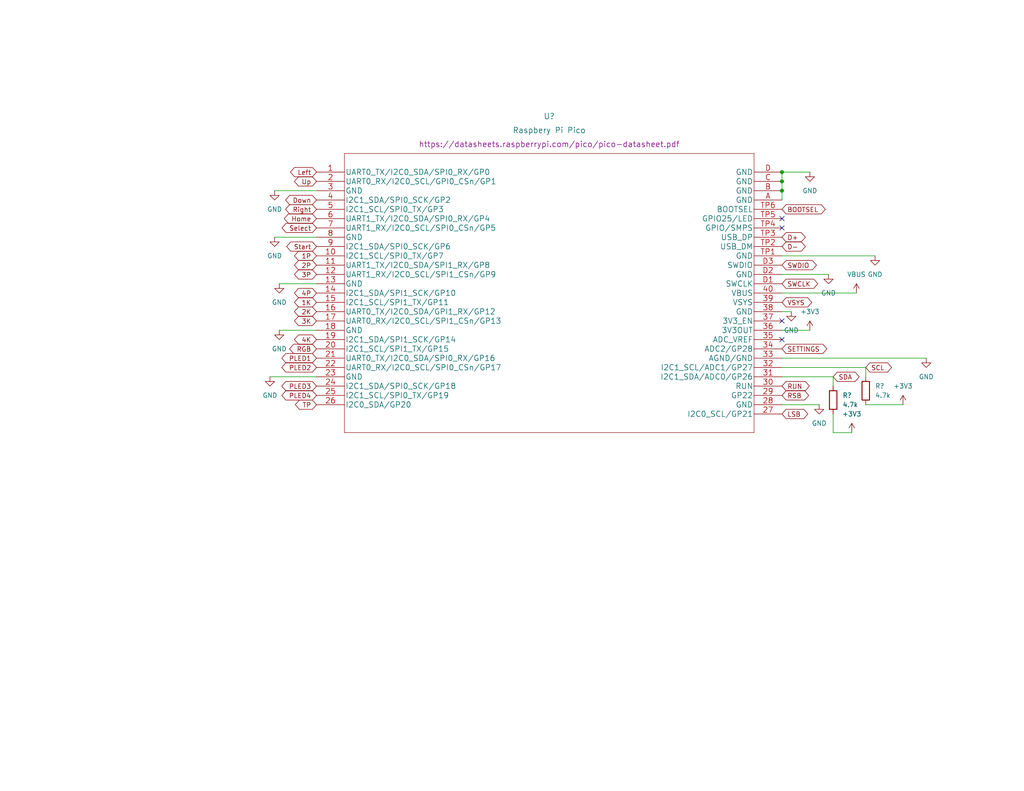
<source format=kicad_sch>
(kicad_sch (version 20211123) (generator eeschema)

  (uuid 02b873c1-78ce-4af5-bd4c-879297b79938)

  (paper "A")

  (lib_symbols
    (symbol "Device:R" (pin_numbers hide) (pin_names (offset 0)) (in_bom yes) (on_board yes)
      (property "Reference" "R" (id 0) (at 2.032 0 90)
        (effects (font (size 1.27 1.27)))
      )
      (property "Value" "R" (id 1) (at 0 0 90)
        (effects (font (size 1.27 1.27)))
      )
      (property "Footprint" "" (id 2) (at -1.778 0 90)
        (effects (font (size 1.27 1.27)) hide)
      )
      (property "Datasheet" "~" (id 3) (at 0 0 0)
        (effects (font (size 1.27 1.27)) hide)
      )
      (property "ki_keywords" "R res resistor" (id 4) (at 0 0 0)
        (effects (font (size 1.27 1.27)) hide)
      )
      (property "ki_description" "Resistor" (id 5) (at 0 0 0)
        (effects (font (size 1.27 1.27)) hide)
      )
      (property "ki_fp_filters" "R_*" (id 6) (at 0 0 0)
        (effects (font (size 1.27 1.27)) hide)
      )
      (symbol "R_0_1"
        (rectangle (start -1.016 -2.54) (end 1.016 2.54)
          (stroke (width 0.254) (type default) (color 0 0 0 0))
          (fill (type none))
        )
      )
      (symbol "R_1_1"
        (pin passive line (at 0 3.81 270) (length 1.27)
          (name "~" (effects (font (size 1.27 1.27))))
          (number "1" (effects (font (size 1.27 1.27))))
        )
        (pin passive line (at 0 -3.81 90) (length 1.27)
          (name "~" (effects (font (size 1.27 1.27))))
          (number "2" (effects (font (size 1.27 1.27))))
        )
      )
    )
    (symbol "power:+3.3V" (power) (pin_names (offset 0)) (in_bom yes) (on_board yes)
      (property "Reference" "#PWR" (id 0) (at 0 -3.81 0)
        (effects (font (size 1.27 1.27)) hide)
      )
      (property "Value" "+3.3V" (id 1) (at 0 3.556 0)
        (effects (font (size 1.27 1.27)))
      )
      (property "Footprint" "" (id 2) (at 0 0 0)
        (effects (font (size 1.27 1.27)) hide)
      )
      (property "Datasheet" "" (id 3) (at 0 0 0)
        (effects (font (size 1.27 1.27)) hide)
      )
      (property "ki_keywords" "power-flag" (id 4) (at 0 0 0)
        (effects (font (size 1.27 1.27)) hide)
      )
      (property "ki_description" "Power symbol creates a global label with name \"+3.3V\"" (id 5) (at 0 0 0)
        (effects (font (size 1.27 1.27)) hide)
      )
      (symbol "+3.3V_0_1"
        (polyline
          (pts
            (xy -0.762 1.27)
            (xy 0 2.54)
          )
          (stroke (width 0) (type default) (color 0 0 0 0))
          (fill (type none))
        )
        (polyline
          (pts
            (xy 0 0)
            (xy 0 2.54)
          )
          (stroke (width 0) (type default) (color 0 0 0 0))
          (fill (type none))
        )
        (polyline
          (pts
            (xy 0 2.54)
            (xy 0.762 1.27)
          )
          (stroke (width 0) (type default) (color 0 0 0 0))
          (fill (type none))
        )
      )
      (symbol "+3.3V_1_1"
        (pin power_in line (at 0 0 90) (length 0) hide
          (name "+3V3" (effects (font (size 1.27 1.27))))
          (number "1" (effects (font (size 1.27 1.27))))
        )
      )
    )
    (symbol "power:GND" (power) (pin_names (offset 0)) (in_bom yes) (on_board yes)
      (property "Reference" "#PWR" (id 0) (at 0 -6.35 0)
        (effects (font (size 1.27 1.27)) hide)
      )
      (property "Value" "GND" (id 1) (at 0 -3.81 0)
        (effects (font (size 1.27 1.27)))
      )
      (property "Footprint" "" (id 2) (at 0 0 0)
        (effects (font (size 1.27 1.27)) hide)
      )
      (property "Datasheet" "" (id 3) (at 0 0 0)
        (effects (font (size 1.27 1.27)) hide)
      )
      (property "ki_keywords" "power-flag" (id 4) (at 0 0 0)
        (effects (font (size 1.27 1.27)) hide)
      )
      (property "ki_description" "Power symbol creates a global label with name \"GND\" , ground" (id 5) (at 0 0 0)
        (effects (font (size 1.27 1.27)) hide)
      )
      (symbol "GND_0_1"
        (polyline
          (pts
            (xy 0 0)
            (xy 0 -1.27)
            (xy 1.27 -1.27)
            (xy 0 -2.54)
            (xy -1.27 -1.27)
            (xy 0 -1.27)
          )
          (stroke (width 0) (type default) (color 0 0 0 0))
          (fill (type none))
        )
      )
      (symbol "GND_1_1"
        (pin power_in line (at 0 0 270) (length 0) hide
          (name "GND" (effects (font (size 1.27 1.27))))
          (number "1" (effects (font (size 1.27 1.27))))
        )
      )
    )
    (symbol "power:VBUS" (power) (pin_names (offset 0)) (in_bom yes) (on_board yes)
      (property "Reference" "#PWR" (id 0) (at 0 -3.81 0)
        (effects (font (size 1.27 1.27)) hide)
      )
      (property "Value" "VBUS" (id 1) (at 0 3.81 0)
        (effects (font (size 1.27 1.27)))
      )
      (property "Footprint" "" (id 2) (at 0 0 0)
        (effects (font (size 1.27 1.27)) hide)
      )
      (property "Datasheet" "" (id 3) (at 0 0 0)
        (effects (font (size 1.27 1.27)) hide)
      )
      (property "ki_keywords" "power-flag" (id 4) (at 0 0 0)
        (effects (font (size 1.27 1.27)) hide)
      )
      (property "ki_description" "Power symbol creates a global label with name \"VBUS\"" (id 5) (at 0 0 0)
        (effects (font (size 1.27 1.27)) hide)
      )
      (symbol "VBUS_0_1"
        (polyline
          (pts
            (xy -0.762 1.27)
            (xy 0 2.54)
          )
          (stroke (width 0) (type default) (color 0 0 0 0))
          (fill (type none))
        )
        (polyline
          (pts
            (xy 0 0)
            (xy 0 2.54)
          )
          (stroke (width 0) (type default) (color 0 0 0 0))
          (fill (type none))
        )
        (polyline
          (pts
            (xy 0 2.54)
            (xy 0.762 1.27)
          )
          (stroke (width 0) (type default) (color 0 0 0 0))
          (fill (type none))
        )
      )
      (symbol "VBUS_1_1"
        (pin power_in line (at 0 0 90) (length 0) hide
          (name "VBUS" (effects (font (size 1.27 1.27))))
          (number "1" (effects (font (size 1.27 1.27))))
        )
      )
    )
    (symbol "ul_SC0915:Raspbery Pi Pico" (pin_names (offset 0.254)) (in_bom yes) (on_board yes)
      (property "Reference" "U" (id 0) (at 63.5 10.16 0)
        (effects (font (size 1.524 1.524)))
      )
      (property "Value" "Raspbery Pi Pico" (id 1) (at 63.5 7.62 0)
        (effects (font (size 1.524 1.524)))
      )
      (property "Footprint" "ul_SC0915:SC0915" (id 2) (at 63.5 6.096 0)
        (effects (font (size 1.524 1.524)) hide)
      )
      (property "Datasheet" "https://datasheets.raspberrypi.com/pico/pico-datasheet.pdf" (id 3) (at 0 0 0)
        (effects (font (size 1.524 1.524)))
      )
      (property "ki_fp_filters" "SC0915_RPI" (id 4) (at 0 0 0)
        (effects (font (size 1.27 1.27)) hide)
      )
      (symbol "Raspbery Pi Pico_1_1"
        (polyline
          (pts
            (xy 7.62 -71.12)
            (xy 119.38 -71.12)
          )
          (stroke (width 0.127) (type default) (color 0 0 0 0))
          (fill (type none))
        )
        (polyline
          (pts
            (xy 7.62 5.08)
            (xy 7.62 -71.12)
          )
          (stroke (width 0.127) (type default) (color 0 0 0 0))
          (fill (type none))
        )
        (polyline
          (pts
            (xy 119.38 -71.12)
            (xy 119.38 5.08)
          )
          (stroke (width 0.127) (type default) (color 0 0 0 0))
          (fill (type none))
        )
        (polyline
          (pts
            (xy 119.38 5.08)
            (xy 7.62 5.08)
          )
          (stroke (width 0.127) (type default) (color 0 0 0 0))
          (fill (type none))
        )
        (pin bidirectional line (at 0 0 0) (length 7.62)
          (name "UART0_TX/I2C0_SDA/SPI0_RX/GP0" (effects (font (size 1.4986 1.4986))))
          (number "1" (effects (font (size 1.4986 1.4986))))
        )
        (pin bidirectional line (at 0 -22.86 0) (length 7.62)
          (name "I2C1_SCL/SPI0_TX/GP7" (effects (font (size 1.4986 1.4986))))
          (number "10" (effects (font (size 1.4986 1.4986))))
        )
        (pin bidirectional line (at 0 -25.4 0) (length 7.62)
          (name "UART1_TX/I2C0_SDA/SPI1_RX/GP8" (effects (font (size 1.4986 1.4986))))
          (number "11" (effects (font (size 1.4986 1.4986))))
        )
        (pin bidirectional line (at 0 -27.94 0) (length 7.62)
          (name "UART1_RX/I2C0_SCL/SPI1_CSn/GP9" (effects (font (size 1.4986 1.4986))))
          (number "12" (effects (font (size 1.4986 1.4986))))
        )
        (pin power_in line (at 0 -30.48 0) (length 7.62)
          (name "GND" (effects (font (size 1.4986 1.4986))))
          (number "13" (effects (font (size 1.4986 1.4986))))
        )
        (pin bidirectional line (at 0 -33.02 0) (length 7.62)
          (name "I2C1_SDA/SPI1_SCK/GP10" (effects (font (size 1.4986 1.4986))))
          (number "14" (effects (font (size 1.4986 1.4986))))
        )
        (pin bidirectional line (at 0 -35.56 0) (length 7.62)
          (name "I2C1_SCL/SPI1_TX/GP11" (effects (font (size 1.4986 1.4986))))
          (number "15" (effects (font (size 1.4986 1.4986))))
        )
        (pin bidirectional line (at 0 -38.1 0) (length 7.62)
          (name "UART0_TX/I2C0_SDA/GPI1_RX/GP12" (effects (font (size 1.4986 1.4986))))
          (number "16" (effects (font (size 1.4986 1.4986))))
        )
        (pin bidirectional line (at 0 -40.64 0) (length 7.62)
          (name "UART0_RX/I2C0_SCL/SPI1_CSn/GP13" (effects (font (size 1.4986 1.4986))))
          (number "17" (effects (font (size 1.4986 1.4986))))
        )
        (pin power_in line (at 0 -43.18 0) (length 7.62)
          (name "GND" (effects (font (size 1.4986 1.4986))))
          (number "18" (effects (font (size 1.4986 1.4986))))
        )
        (pin bidirectional line (at 0 -45.72 0) (length 7.62)
          (name "I2C1_SDA/SPI1_SCK/GP14" (effects (font (size 1.4986 1.4986))))
          (number "19" (effects (font (size 1.4986 1.4986))))
        )
        (pin bidirectional line (at 0 -2.54 0) (length 7.62)
          (name "UART0_RX/I2C0_SCL/GPI0_CSn/GP1" (effects (font (size 1.4986 1.4986))))
          (number "2" (effects (font (size 1.4986 1.4986))))
        )
        (pin bidirectional line (at 0 -48.26 0) (length 7.62)
          (name "I2C1_SCL/SPI1_TX/GP15" (effects (font (size 1.4986 1.4986))))
          (number "20" (effects (font (size 1.4986 1.4986))))
        )
        (pin bidirectional line (at 0 -50.8 0) (length 7.62)
          (name "UART0_TX/I2C0_SDA/SPI0_RX/GP16" (effects (font (size 1.4986 1.4986))))
          (number "21" (effects (font (size 1.4986 1.4986))))
        )
        (pin bidirectional line (at 0 -53.34 0) (length 7.62)
          (name "UART0_RX/I2C0_SCL/SPI0_CSn/GP17" (effects (font (size 1.4986 1.4986))))
          (number "22" (effects (font (size 1.4986 1.4986))))
        )
        (pin power_in line (at 0 -55.88 0) (length 7.62)
          (name "GND" (effects (font (size 1.4986 1.4986))))
          (number "23" (effects (font (size 1.4986 1.4986))))
        )
        (pin bidirectional line (at 0 -58.42 0) (length 7.62)
          (name "I2C1_SDA/SPI0_SCK/GP18" (effects (font (size 1.4986 1.4986))))
          (number "24" (effects (font (size 1.4986 1.4986))))
        )
        (pin bidirectional line (at 0 -60.96 0) (length 7.62)
          (name "I2C1_SCL/SPI0_TX/GP19" (effects (font (size 1.4986 1.4986))))
          (number "25" (effects (font (size 1.4986 1.4986))))
        )
        (pin bidirectional line (at 0 -63.5 0) (length 7.62)
          (name "I2C0_SDA/GP20" (effects (font (size 1.4986 1.4986))))
          (number "26" (effects (font (size 1.4986 1.4986))))
        )
        (pin bidirectional line (at 127 -66.04 180) (length 7.62)
          (name "I2C0_SCL/GP21" (effects (font (size 1.4986 1.4986))))
          (number "27" (effects (font (size 1.4986 1.4986))))
        )
        (pin power_in line (at 127 -63.5 180) (length 7.62)
          (name "GND" (effects (font (size 1.4986 1.4986))))
          (number "28" (effects (font (size 1.4986 1.4986))))
        )
        (pin bidirectional line (at 127 -60.96 180) (length 7.62)
          (name "GP22" (effects (font (size 1.4986 1.4986))))
          (number "29" (effects (font (size 1.4986 1.4986))))
        )
        (pin power_in line (at 0 -5.08 0) (length 7.62)
          (name "GND" (effects (font (size 1.4986 1.4986))))
          (number "3" (effects (font (size 1.4986 1.4986))))
        )
        (pin unspecified line (at 127 -58.42 180) (length 7.62)
          (name "RUN" (effects (font (size 1.4986 1.4986))))
          (number "30" (effects (font (size 1.4986 1.4986))))
        )
        (pin bidirectional line (at 127 -55.88 180) (length 7.62)
          (name "I2C1_SDA/ADC0/GP26" (effects (font (size 1.4986 1.4986))))
          (number "31" (effects (font (size 1.4986 1.4986))))
        )
        (pin bidirectional line (at 127 -53.34 180) (length 7.62)
          (name "I2C1_SCL/ADC1/GP27" (effects (font (size 1.4986 1.4986))))
          (number "32" (effects (font (size 1.4986 1.4986))))
        )
        (pin power_in line (at 127 -50.8 180) (length 7.62)
          (name "AGND/GND" (effects (font (size 1.4986 1.4986))))
          (number "33" (effects (font (size 1.4986 1.4986))))
        )
        (pin bidirectional line (at 127 -48.26 180) (length 7.62)
          (name "ADC2/GP28" (effects (font (size 1.4986 1.4986))))
          (number "34" (effects (font (size 1.4986 1.4986))))
        )
        (pin power_in line (at 127 -45.72 180) (length 7.62)
          (name "ADC_VREF" (effects (font (size 1.4986 1.4986))))
          (number "35" (effects (font (size 1.4986 1.4986))))
        )
        (pin output line (at 127 -43.18 180) (length 7.62)
          (name "3V3OUT" (effects (font (size 1.4986 1.4986))))
          (number "36" (effects (font (size 1.4986 1.4986))))
        )
        (pin power_in line (at 127 -40.64 180) (length 7.62)
          (name "3V3_EN" (effects (font (size 1.4986 1.4986))))
          (number "37" (effects (font (size 1.4986 1.4986))))
        )
        (pin power_in line (at 127 -38.1 180) (length 7.62)
          (name "GND" (effects (font (size 1.4986 1.4986))))
          (number "38" (effects (font (size 1.4986 1.4986))))
        )
        (pin power_in line (at 127 -35.56 180) (length 7.62)
          (name "VSYS" (effects (font (size 1.4986 1.4986))))
          (number "39" (effects (font (size 1.4986 1.4986))))
        )
        (pin bidirectional line (at 0 -7.62 0) (length 7.62)
          (name "I2C1_SDA/SPI0_SCK/GP2" (effects (font (size 1.4986 1.4986))))
          (number "4" (effects (font (size 1.4986 1.4986))))
        )
        (pin power_in line (at 127 -33.02 180) (length 7.62)
          (name "VBUS" (effects (font (size 1.4986 1.4986))))
          (number "40" (effects (font (size 1.4986 1.4986))))
        )
        (pin bidirectional line (at 0 -10.16 0) (length 7.62)
          (name "I2C1_SCL/SPI0_TX/GP3" (effects (font (size 1.4986 1.4986))))
          (number "5" (effects (font (size 1.4986 1.4986))))
        )
        (pin bidirectional line (at 0 -12.7 0) (length 7.62)
          (name "UART1_TX/I2C0_SDA/SPI0_RX/GP4" (effects (font (size 1.4986 1.4986))))
          (number "6" (effects (font (size 1.4986 1.4986))))
        )
        (pin bidirectional line (at 0 -15.24 0) (length 7.62)
          (name "UART1_RX/I2C0_SCL/SPI0_CSn/GP5" (effects (font (size 1.4986 1.4986))))
          (number "7" (effects (font (size 1.4986 1.4986))))
        )
        (pin power_in line (at 0 -17.78 0) (length 7.62)
          (name "GND" (effects (font (size 1.4986 1.4986))))
          (number "8" (effects (font (size 1.4986 1.4986))))
        )
        (pin bidirectional line (at 0 -20.32 0) (length 7.62)
          (name "I2C1_SDA/SPI0_SCK/GP6" (effects (font (size 1.4986 1.4986))))
          (number "9" (effects (font (size 1.4986 1.4986))))
        )
        (pin power_in line (at 127 -7.62 180) (length 7.62)
          (name "GND" (effects (font (size 1.4986 1.4986))))
          (number "A" (effects (font (size 1.4986 1.4986))))
        )
        (pin power_in line (at 127 -5.08 180) (length 7.62)
          (name "GND" (effects (font (size 1.4986 1.4986))))
          (number "B" (effects (font (size 1.4986 1.4986))))
        )
        (pin power_in line (at 127 -2.54 180) (length 7.62)
          (name "GND" (effects (font (size 1.4986 1.4986))))
          (number "C" (effects (font (size 1.4986 1.4986))))
        )
        (pin power_in line (at 127 0 180) (length 7.62)
          (name "GND" (effects (font (size 1.4986 1.4986))))
          (number "D" (effects (font (size 1.4986 1.4986))))
        )
        (pin unspecified line (at 127 -30.48 180) (length 7.62)
          (name "SWCLK" (effects (font (size 1.4986 1.4986))))
          (number "D1" (effects (font (size 1.4986 1.4986))))
        )
        (pin power_in line (at 127 -27.94 180) (length 7.62)
          (name "GND" (effects (font (size 1.4986 1.4986))))
          (number "D2" (effects (font (size 1.4986 1.4986))))
        )
        (pin unspecified line (at 127 -25.4 180) (length 7.62)
          (name "SWDIO" (effects (font (size 1.4986 1.4986))))
          (number "D3" (effects (font (size 1.4986 1.4986))))
        )
        (pin power_in line (at 127 -22.86 180) (length 7.62)
          (name "GND" (effects (font (size 1.4986 1.4986))))
          (number "TP1" (effects (font (size 1.4986 1.4986))))
        )
        (pin unspecified line (at 127 -20.32 180) (length 7.62)
          (name "USB_DM" (effects (font (size 1.4986 1.4986))))
          (number "TP2" (effects (font (size 1.4986 1.4986))))
        )
        (pin unspecified line (at 127 -17.78 180) (length 7.62)
          (name "USB_DP" (effects (font (size 1.4986 1.4986))))
          (number "TP3" (effects (font (size 1.4986 1.4986))))
        )
        (pin unspecified line (at 127 -15.24 180) (length 7.62)
          (name "GPIO/SMPS" (effects (font (size 1.4986 1.4986))))
          (number "TP4" (effects (font (size 1.4986 1.4986))))
        )
        (pin unspecified line (at 127 -12.7 180) (length 7.62)
          (name "GPIO25/LED" (effects (font (size 1.4986 1.4986))))
          (number "TP5" (effects (font (size 1.4986 1.4986))))
        )
        (pin unspecified line (at 127 -10.16 180) (length 7.62)
          (name "BOOTSEL" (effects (font (size 1.4986 1.4986))))
          (number "TP6" (effects (font (size 1.4986 1.4986))))
        )
      )
    )
  )

  (junction (at 213.36 52.07) (diameter 0) (color 0 0 0 0)
    (uuid 145ac570-1c84-48f1-9c5c-c567c63e0e6f)
  )
  (junction (at 213.36 49.53) (diameter 0) (color 0 0 0 0)
    (uuid 55a0401b-0241-4e3f-a873-2c9f6e65420d)
  )
  (junction (at 213.36 46.99) (diameter 0) (color 0 0 0 0)
    (uuid f1de49f1-4c68-4f5c-a8da-c2d1cf719749)
  )

  (no_connect (at 213.36 92.71) (uuid 1528d23d-4e93-401b-9b77-add3d9c4ca9f))
  (no_connect (at 213.36 87.63) (uuid 70e8d6d1-5d2a-45cd-bd16-d52e79357ad1))
  (no_connect (at 213.36 62.23) (uuid c2adafbf-bca9-46bf-b3be-e40b0b1f6e79))
  (no_connect (at 213.36 59.69) (uuid c2adafbf-bca9-46bf-b3be-e40b0b1f6e79))

  (wire (pts (xy 74.93 52.07) (xy 86.36 52.07))
    (stroke (width 0) (type default) (color 0 0 0 0))
    (uuid 03b0fd0c-f001-41d4-a5b6-927108204675)
  )
  (wire (pts (xy 76.2 77.47) (xy 86.36 77.47))
    (stroke (width 0) (type default) (color 0 0 0 0))
    (uuid 06b0ab91-b5c3-4529-a50d-007c26b8bd95)
  )
  (wire (pts (xy 76.2 90.17) (xy 86.36 90.17))
    (stroke (width 0) (type default) (color 0 0 0 0))
    (uuid 132400ad-5243-4aee-914c-f7477cf4bd4b)
  )
  (wire (pts (xy 236.22 100.33) (xy 236.22 102.87))
    (stroke (width 0) (type default) (color 0 0 0 0))
    (uuid 16ae7cbf-68b5-4b0d-83d4-3c7158e2c374)
  )
  (wire (pts (xy 226.06 74.93) (xy 213.36 74.93))
    (stroke (width 0) (type default) (color 0 0 0 0))
    (uuid 1cfe2b31-a9ab-46cb-b182-faa79071e509)
  )
  (wire (pts (xy 252.73 97.79) (xy 213.36 97.79))
    (stroke (width 0) (type default) (color 0 0 0 0))
    (uuid 21ac82e4-8d44-4772-971c-4245607f02ef)
  )
  (wire (pts (xy 213.36 102.87) (xy 227.33 102.87))
    (stroke (width 0) (type default) (color 0 0 0 0))
    (uuid 2615ad89-2532-4077-966e-a8f0c48dfa90)
  )
  (wire (pts (xy 213.36 49.53) (xy 213.36 52.07))
    (stroke (width 0) (type default) (color 0 0 0 0))
    (uuid 29a818bf-94c0-4e05-a0f2-78d0452f5db2)
  )
  (wire (pts (xy 220.98 90.17) (xy 213.36 90.17))
    (stroke (width 0) (type default) (color 0 0 0 0))
    (uuid 2a61df8e-38d0-4911-b6ff-d127d0640ed5)
  )
  (wire (pts (xy 227.33 118.11) (xy 232.41 118.11))
    (stroke (width 0) (type default) (color 0 0 0 0))
    (uuid 33c72327-6de6-4183-8d9b-c97def181421)
  )
  (wire (pts (xy 213.36 52.07) (xy 213.36 54.61))
    (stroke (width 0) (type default) (color 0 0 0 0))
    (uuid 36472ac8-ce64-4cae-af36-07d43d8a9f0e)
  )
  (wire (pts (xy 213.36 100.33) (xy 236.22 100.33))
    (stroke (width 0) (type default) (color 0 0 0 0))
    (uuid 366ef855-3739-4fde-8c31-5cbeb00d217e)
  )
  (wire (pts (xy 73.66 102.87) (xy 86.36 102.87))
    (stroke (width 0) (type default) (color 0 0 0 0))
    (uuid 4729d058-8791-461b-ab21-b7a5a5c34486)
  )
  (wire (pts (xy 223.52 110.49) (xy 213.36 110.49))
    (stroke (width 0) (type default) (color 0 0 0 0))
    (uuid 6df1d0f6-abc7-4b33-b162-c0d9efe3100f)
  )
  (wire (pts (xy 220.98 46.99) (xy 213.36 46.99))
    (stroke (width 0) (type default) (color 0 0 0 0))
    (uuid 703e76a3-8c7d-4a49-8036-1b72346c9325)
  )
  (wire (pts (xy 236.22 110.49) (xy 246.38 110.49))
    (stroke (width 0) (type default) (color 0 0 0 0))
    (uuid 94908693-1fd1-4688-ac54-41f289716ca6)
  )
  (wire (pts (xy 215.9 85.09) (xy 213.36 85.09))
    (stroke (width 0) (type default) (color 0 0 0 0))
    (uuid a4fdede1-f9be-4b20-b081-9586cd640b70)
  )
  (wire (pts (xy 233.68 80.01) (xy 213.36 80.01))
    (stroke (width 0) (type default) (color 0 0 0 0))
    (uuid a5af59d5-ad9d-4b04-8691-4bf2bf6cddf2)
  )
  (wire (pts (xy 74.93 64.77) (xy 86.36 64.77))
    (stroke (width 0) (type default) (color 0 0 0 0))
    (uuid aa47874c-2641-46f4-9880-20aff99a1281)
  )
  (wire (pts (xy 238.76 69.85) (xy 213.36 69.85))
    (stroke (width 0) (type default) (color 0 0 0 0))
    (uuid bdc81f1d-fc15-48ca-ae12-40eac2d7d710)
  )
  (wire (pts (xy 227.33 118.11) (xy 227.33 113.03))
    (stroke (width 0) (type default) (color 0 0 0 0))
    (uuid cadb13c7-bb49-4c95-b9f0-a2a98e472b61)
  )
  (wire (pts (xy 227.33 102.87) (xy 227.33 105.41))
    (stroke (width 0) (type default) (color 0 0 0 0))
    (uuid f4598973-d3cf-49da-89aa-e64f6be69959)
  )
  (wire (pts (xy 213.36 46.99) (xy 213.36 49.53))
    (stroke (width 0) (type default) (color 0 0 0 0))
    (uuid f613d403-7ca9-42ea-8f4f-67348b5e4c5e)
  )

  (global_label "3P" (shape bidirectional) (at 86.36 74.93 180) (fields_autoplaced)
    (effects (font (size 1.27 1.27)) (justify right))
    (uuid 095643af-41cf-4e63-925e-0f22513163ce)
    (property "Intersheet References" "${INTERSHEET_REFS}" (id 0) (at 81.4674 74.8506 0)
      (effects (font (size 1.27 1.27)) (justify right) hide)
    )
  )
  (global_label "Right" (shape bidirectional) (at 86.36 57.15 180) (fields_autoplaced)
    (effects (font (size 1.27 1.27)) (justify right))
    (uuid 133cdf1e-cbbe-4bdc-87ab-31135077d4b3)
    (property "Intersheet References" "${INTERSHEET_REFS}" (id 0) (at 79.0483 57.0706 0)
      (effects (font (size 1.27 1.27)) (justify right) hide)
    )
  )
  (global_label "2P" (shape bidirectional) (at 86.36 72.39 180) (fields_autoplaced)
    (effects (font (size 1.27 1.27)) (justify right))
    (uuid 13a1daf4-24b4-4071-a5b8-370d04e39696)
    (property "Intersheet References" "${INTERSHEET_REFS}" (id 0) (at 81.4674 72.3106 0)
      (effects (font (size 1.27 1.27)) (justify right) hide)
    )
  )
  (global_label "4P" (shape bidirectional) (at 86.36 80.01 180) (fields_autoplaced)
    (effects (font (size 1.27 1.27)) (justify right))
    (uuid 341545b3-902d-4b4c-bcfc-81da8ccc3a24)
    (property "Intersheet References" "${INTERSHEET_REFS}" (id 0) (at 81.4674 79.9306 0)
      (effects (font (size 1.27 1.27)) (justify right) hide)
    )
  )
  (global_label "D-" (shape bidirectional) (at 213.36 67.31 0) (fields_autoplaced)
    (effects (font (size 1.27 1.27)) (justify left))
    (uuid 3d0c949a-de31-4119-b629-b660c27414aa)
    (property "Intersheet References" "${INTERSHEET_REFS}" (id 0) (at 218.6155 67.2306 0)
      (effects (font (size 1.27 1.27)) (justify left) hide)
    )
  )
  (global_label "BOOTSEL" (shape bidirectional) (at 213.36 57.15 0) (fields_autoplaced)
    (effects (font (size 1.27 1.27)) (justify left))
    (uuid 421703d7-656e-4406-ae77-2d968dbe1e4e)
    (property "Intersheet References" "${INTERSHEET_REFS}" (id 0) (at 224.0583 57.0706 0)
      (effects (font (size 1.27 1.27)) (justify left) hide)
    )
  )
  (global_label "Home" (shape bidirectional) (at 86.36 59.69 180) (fields_autoplaced)
    (effects (font (size 1.27 1.27)) (justify right))
    (uuid 430cbe0a-d506-458f-af89-bdb75d0cde0d)
    (property "Intersheet References" "${INTERSHEET_REFS}" (id 0) (at 78.6855 59.6106 0)
      (effects (font (size 1.27 1.27)) (justify right) hide)
    )
  )
  (global_label "VSYS" (shape bidirectional) (at 213.36 82.55 0) (fields_autoplaced)
    (effects (font (size 1.27 1.27)) (justify left))
    (uuid 43c4a04a-6448-44e3-96df-81e9747a0343)
    (property "Intersheet References" "${INTERSHEET_REFS}" (id 0) (at 220.3693 82.4706 0)
      (effects (font (size 1.27 1.27)) (justify left) hide)
    )
  )
  (global_label "Select" (shape bidirectional) (at 86.36 62.23 180) (fields_autoplaced)
    (effects (font (size 1.27 1.27)) (justify right))
    (uuid 458e801e-cebf-40b1-b2b9-93e0f3df693e)
    (property "Intersheet References" "${INTERSHEET_REFS}" (id 0) (at 78.0807 62.1506 0)
      (effects (font (size 1.27 1.27)) (justify right) hide)
    )
  )
  (global_label "SDA" (shape bidirectional) (at 227.33 102.87 0) (fields_autoplaced)
    (effects (font (size 1.27 1.27)) (justify left))
    (uuid 4d5b42d1-41f5-4322-8e77-14a0ad3877fa)
    (property "Intersheet References" "${INTERSHEET_REFS}" (id 0) (at 233.3112 102.7906 0)
      (effects (font (size 1.27 1.27)) (justify left) hide)
    )
  )
  (global_label "D+" (shape bidirectional) (at 213.36 64.77 0) (fields_autoplaced)
    (effects (font (size 1.27 1.27)) (justify left))
    (uuid 592ef05e-7474-4d02-bb32-57d1a2f16cad)
    (property "Intersheet References" "${INTERSHEET_REFS}" (id 0) (at 218.6155 64.6906 0)
      (effects (font (size 1.27 1.27)) (justify left) hide)
    )
  )
  (global_label "Down" (shape bidirectional) (at 86.36 54.61 180) (fields_autoplaced)
    (effects (font (size 1.27 1.27)) (justify right))
    (uuid 65d50f28-bbb8-45dd-a084-120811a380de)
    (property "Intersheet References" "${INTERSHEET_REFS}" (id 0) (at 79.0483 54.5306 0)
      (effects (font (size 1.27 1.27)) (justify right) hide)
    )
  )
  (global_label "RUN" (shape bidirectional) (at 213.36 105.41 0) (fields_autoplaced)
    (effects (font (size 1.27 1.27)) (justify left))
    (uuid 7a79d4a1-e71a-4aba-bf7c-196dd5ecc80a)
    (property "Intersheet References" "${INTERSHEET_REFS}" (id 0) (at 219.7041 105.3306 0)
      (effects (font (size 1.27 1.27)) (justify left) hide)
    )
  )
  (global_label "SETTINGS" (shape bidirectional) (at 213.36 95.25 0) (fields_autoplaced)
    (effects (font (size 1.27 1.27)) (justify left))
    (uuid 7a976209-7979-4db1-8c42-fd8b7f06a2b6)
    (property "Intersheet References" "${INTERSHEET_REFS}" (id 0) (at 224.4817 95.1706 0)
      (effects (font (size 1.27 1.27)) (justify left) hide)
    )
  )
  (global_label "Start" (shape bidirectional) (at 86.36 67.31 180) (fields_autoplaced)
    (effects (font (size 1.27 1.27)) (justify right))
    (uuid 838f66ea-3f5b-4d64-ac02-dbcf43373fb3)
    (property "Intersheet References" "${INTERSHEET_REFS}" (id 0) (at 79.3507 67.2306 0)
      (effects (font (size 1.27 1.27)) (justify right) hide)
    )
  )
  (global_label "SWDIO" (shape bidirectional) (at 213.36 72.39 0) (fields_autoplaced)
    (effects (font (size 1.27 1.27)) (justify left))
    (uuid 8a491a43-4b54-4bca-a65d-f363fb75edee)
    (property "Intersheet References" "${INTERSHEET_REFS}" (id 0) (at 221.6393 72.3106 0)
      (effects (font (size 1.27 1.27)) (justify left) hide)
    )
  )
  (global_label "2K" (shape bidirectional) (at 86.36 85.09 180) (fields_autoplaced)
    (effects (font (size 1.27 1.27)) (justify right))
    (uuid a0f08a66-af61-4b6f-883f-06f29776b201)
    (property "Intersheet References" "${INTERSHEET_REFS}" (id 0) (at 81.4674 85.0106 0)
      (effects (font (size 1.27 1.27)) (justify right) hide)
    )
  )
  (global_label "PLED2" (shape bidirectional) (at 86.36 100.33 180) (fields_autoplaced)
    (effects (font (size 1.27 1.27)) (justify right))
    (uuid a3d9cbf3-f925-4864-bf3b-f325a193b4fd)
    (property "Intersheet References" "${INTERSHEET_REFS}" (id 0) (at 78.0202 100.2506 0)
      (effects (font (size 1.27 1.27)) (justify right) hide)
    )
  )
  (global_label "RSB" (shape bidirectional) (at 213.36 107.95 0) (fields_autoplaced)
    (effects (font (size 1.27 1.27)) (justify left))
    (uuid a8175456-3b99-471e-9563-54b04e57418e)
    (property "Intersheet References" "${INTERSHEET_REFS}" (id 0) (at 219.5226 107.8706 0)
      (effects (font (size 1.27 1.27)) (justify left) hide)
    )
  )
  (global_label "PLED4" (shape bidirectional) (at 86.36 107.95 180) (fields_autoplaced)
    (effects (font (size 1.27 1.27)) (justify right))
    (uuid aa306105-a12a-4444-8d35-17871969968d)
    (property "Intersheet References" "${INTERSHEET_REFS}" (id 0) (at 78.0202 107.8706 0)
      (effects (font (size 1.27 1.27)) (justify right) hide)
    )
  )
  (global_label "PLED3" (shape bidirectional) (at 86.36 105.41 180) (fields_autoplaced)
    (effects (font (size 1.27 1.27)) (justify right))
    (uuid aab1b642-519a-4ed9-80fd-26ac4cfd90de)
    (property "Intersheet References" "${INTERSHEET_REFS}" (id 0) (at 78.0202 105.3306 0)
      (effects (font (size 1.27 1.27)) (justify right) hide)
    )
  )
  (global_label "RGB" (shape bidirectional) (at 86.36 95.25 180) (fields_autoplaced)
    (effects (font (size 1.27 1.27)) (justify right))
    (uuid abc86c35-4b1b-4044-95bc-65c06bfdf1b8)
    (property "Intersheet References" "${INTERSHEET_REFS}" (id 0) (at 80.1369 95.1706 0)
      (effects (font (size 1.27 1.27)) (justify right) hide)
    )
  )
  (global_label "LSB" (shape bidirectional) (at 213.36 113.03 0) (fields_autoplaced)
    (effects (font (size 1.27 1.27)) (justify left))
    (uuid ad9b1cd5-ddcb-4834-8f64-9dd0b7b2a543)
    (property "Intersheet References" "${INTERSHEET_REFS}" (id 0) (at 219.2807 112.9506 0)
      (effects (font (size 1.27 1.27)) (justify left) hide)
    )
  )
  (global_label "SCL" (shape bidirectional) (at 236.22 100.33 0) (fields_autoplaced)
    (effects (font (size 1.27 1.27)) (justify left))
    (uuid b3ea7bcc-10d4-4797-8d1e-89567564edc7)
    (property "Intersheet References" "${INTERSHEET_REFS}" (id 0) (at 242.1407 100.2506 0)
      (effects (font (size 1.27 1.27)) (justify left) hide)
    )
  )
  (global_label "4K" (shape bidirectional) (at 86.36 92.71 180) (fields_autoplaced)
    (effects (font (size 1.27 1.27)) (justify right))
    (uuid ba93426d-c679-4a4a-a535-dacd1e836e18)
    (property "Intersheet References" "${INTERSHEET_REFS}" (id 0) (at 81.4674 92.6306 0)
      (effects (font (size 1.27 1.27)) (justify right) hide)
    )
  )
  (global_label "Left" (shape bidirectional) (at 86.36 46.99 180) (fields_autoplaced)
    (effects (font (size 1.27 1.27)) (justify right))
    (uuid cefdaf17-e3f1-4204-9212-5115bcd4f333)
    (property "Intersheet References" "${INTERSHEET_REFS}" (id 0) (at 80.3788 46.9106 0)
      (effects (font (size 1.27 1.27)) (justify right) hide)
    )
  )
  (global_label "PLED1" (shape bidirectional) (at 86.36 97.79 180) (fields_autoplaced)
    (effects (font (size 1.27 1.27)) (justify right))
    (uuid cf908792-74a5-4b78-a276-978d5883b01f)
    (property "Intersheet References" "${INTERSHEET_REFS}" (id 0) (at 78.0202 97.7106 0)
      (effects (font (size 1.27 1.27)) (justify right) hide)
    )
  )
  (global_label "1P" (shape bidirectional) (at 86.36 69.85 180) (fields_autoplaced)
    (effects (font (size 1.27 1.27)) (justify right))
    (uuid d15a9f8f-c11b-4bd1-9277-a5045490371f)
    (property "Intersheet References" "${INTERSHEET_REFS}" (id 0) (at 81.4674 69.7706 0)
      (effects (font (size 1.27 1.27)) (justify right) hide)
    )
  )
  (global_label "3K" (shape bidirectional) (at 86.36 87.63 180) (fields_autoplaced)
    (effects (font (size 1.27 1.27)) (justify right))
    (uuid d9764497-c5e8-42c8-8b45-a27d54954f03)
    (property "Intersheet References" "${INTERSHEET_REFS}" (id 0) (at 81.4674 87.5506 0)
      (effects (font (size 1.27 1.27)) (justify right) hide)
    )
  )
  (global_label "Up" (shape bidirectional) (at 86.36 49.53 180) (fields_autoplaced)
    (effects (font (size 1.27 1.27)) (justify right))
    (uuid e2d4971b-8025-44fc-a0c7-ad1285c28d0a)
    (property "Intersheet References" "${INTERSHEET_REFS}" (id 0) (at 81.4674 49.4506 0)
      (effects (font (size 1.27 1.27)) (justify right) hide)
    )
  )
  (global_label "1K" (shape bidirectional) (at 86.36 82.55 180) (fields_autoplaced)
    (effects (font (size 1.27 1.27)) (justify right))
    (uuid e5c64e97-cfef-405b-8e3a-ce529de596b2)
    (property "Intersheet References" "${INTERSHEET_REFS}" (id 0) (at 81.4674 82.4706 0)
      (effects (font (size 1.27 1.27)) (justify right) hide)
    )
  )
  (global_label "TP" (shape bidirectional) (at 86.36 110.49 180) (fields_autoplaced)
    (effects (font (size 1.27 1.27)) (justify right))
    (uuid e61e460e-a31d-42f8-b5e2-ae2bdacbd6c7)
    (property "Intersheet References" "${INTERSHEET_REFS}" (id 0) (at 81.7093 110.4106 0)
      (effects (font (size 1.27 1.27)) (justify right) hide)
    )
  )
  (global_label "SWCLK" (shape bidirectional) (at 213.36 77.47 0) (fields_autoplaced)
    (effects (font (size 1.27 1.27)) (justify left))
    (uuid f1914469-36df-491a-bec1-8e59bc5ff362)
    (property "Intersheet References" "${INTERSHEET_REFS}" (id 0) (at 222.0021 77.3906 0)
      (effects (font (size 1.27 1.27)) (justify left) hide)
    )
  )

  (symbol (lib_id "ul_SC0915:Raspbery Pi Pico") (at 86.36 46.99 0) (unit 1)
    (in_bom yes) (on_board yes) (fields_autoplaced)
    (uuid 04e333d7-c072-4075-9543-f57edbe39032)
    (property "Reference" "U?" (id 0) (at 149.86 31.75 0)
      (effects (font (size 1.524 1.524)))
    )
    (property "Value" "Raspbery Pi Pico" (id 1) (at 149.86 35.56 0)
      (effects (font (size 1.524 1.524)))
    )
    (property "Footprint" "ul_SC0915:SC0915" (id 2) (at 149.86 40.894 0)
      (effects (font (size 1.524 1.524)) hide)
    )
    (property "Datasheet" "https://datasheets.raspberrypi.com/pico/pico-datasheet.pdf" (id 3) (at 149.86 39.37 0)
      (effects (font (size 1.524 1.524)))
    )
    (pin "1" (uuid 62e90922-77c7-4fe9-b6c6-c33a7252e190))
    (pin "10" (uuid bb97a539-b30c-4455-85c2-22c687567562))
    (pin "11" (uuid 2b44d2e1-5bc3-450e-9ce4-53b5b2aa1f4b))
    (pin "12" (uuid b422f39d-9874-464e-a8a3-f192c03c1ad3))
    (pin "13" (uuid f1f3e1c6-2c02-4d41-a016-548a9f9d651b))
    (pin "14" (uuid 137867e0-ab81-49cf-a580-d3f7d7838593))
    (pin "15" (uuid e520fd43-3f8d-4266-83a5-2fc388806c27))
    (pin "16" (uuid bfb6bbb4-e1f4-46de-94b5-33ab03c01af6))
    (pin "17" (uuid a816cd7f-ce72-4863-812d-52e2cfaa08dc))
    (pin "18" (uuid 2d415206-4350-4dde-aac7-db31976752c5))
    (pin "19" (uuid 378474c0-c3d1-4a01-85a2-79039667abb7))
    (pin "2" (uuid bc7e1053-6927-4027-a72d-6013dc8ff418))
    (pin "20" (uuid 08f5987e-fc5e-4985-b451-0386a3951ef9))
    (pin "21" (uuid 3c6d16f2-20d5-484c-a3e8-b7183b8ce514))
    (pin "22" (uuid 1ea399e2-b6b4-4c9f-94a5-fc75107df329))
    (pin "23" (uuid 3a95685c-8525-40a4-bbe1-2f058df4150f))
    (pin "24" (uuid a8527976-6903-42a1-8248-28de1f27ee37))
    (pin "25" (uuid 66e13513-2ff6-4c13-8526-3ef31dfa096a))
    (pin "26" (uuid cfccf42f-2edb-472c-bfe1-6ae9a9295831))
    (pin "27" (uuid feb408f7-1af2-4eff-a404-d8dc30fc9779))
    (pin "28" (uuid 27b877b7-1669-4d8f-b853-7b27959eee53))
    (pin "29" (uuid a2807192-1de9-4c53-ae55-d43851e56974))
    (pin "3" (uuid 39005b5a-4df9-4396-a387-fca0065e45d0))
    (pin "30" (uuid e33ac7fe-3d84-4de0-84ac-ee7d4ba4f039))
    (pin "31" (uuid 42dd7569-b19d-4ea4-9dbb-c6c097400e57))
    (pin "32" (uuid 519a6dc1-bef9-4582-8d21-8ccda5cf22f8))
    (pin "33" (uuid b5ea1f66-c94f-4c78-b7b7-0d924ab69c96))
    (pin "34" (uuid 841519a8-8b2a-44c2-b59e-10640c9c7f9d))
    (pin "35" (uuid b6681ee1-5011-4820-a5ba-35256cd4f3d7))
    (pin "36" (uuid 40014a1d-1712-4494-bb1f-342b939937ed))
    (pin "37" (uuid 64ef341d-c65a-43d4-be9a-fa0f045e341c))
    (pin "38" (uuid 8dd98eb6-3ab4-48f2-8111-87e7dc0ec893))
    (pin "39" (uuid 8ed83a5c-d39c-48ba-b231-d661d9c35336))
    (pin "4" (uuid cf32b581-3012-46a9-af2f-7b7467aa407d))
    (pin "40" (uuid 02ec0ca7-15d1-462f-9f31-03917e56a90a))
    (pin "5" (uuid 93165c71-139a-4f1f-a5d2-9d26e295cfb6))
    (pin "6" (uuid 50653d46-b6db-412a-aad8-42715879bbd5))
    (pin "7" (uuid a6f086cf-e114-4fc9-a9e8-a44f31f2bd83))
    (pin "8" (uuid fdaa909c-2106-47d9-be70-279b64ef90f6))
    (pin "9" (uuid d2e03460-4355-4e25-a37a-71a8f47b7fa3))
    (pin "A" (uuid c55a16ae-aec4-44ca-8070-72e17419742f))
    (pin "B" (uuid 7ff6a845-5d17-43a5-b379-4ece4e67b452))
    (pin "C" (uuid be821763-2f4f-4e16-88c2-60fdec2149da))
    (pin "D" (uuid a4882ac6-7d38-40e6-b5f5-f8b626b4fe28))
    (pin "D1" (uuid e5e6dd7f-39d3-4721-ad7b-5eb914262089))
    (pin "D2" (uuid 2850b7b3-e09d-4fd9-b6f9-def14997e5d9))
    (pin "D3" (uuid bce9bc1a-1350-4dad-b363-702bed4fea18))
    (pin "TP1" (uuid bc3a0aa6-fb3f-49ae-9f21-a43bfd1281c9))
    (pin "TP2" (uuid f00de9bf-2a4f-4c42-9158-59b8fcc7b305))
    (pin "TP3" (uuid ea43e43a-233c-4d6c-a2c3-f7b0e9f57049))
    (pin "TP4" (uuid 612819fa-3583-4a1c-a6bd-8a30fea1c72a))
    (pin "TP5" (uuid fa4f4a2b-f731-4809-8a9b-cfb125b08494))
    (pin "TP6" (uuid 3ced22d7-3323-4c69-93bc-0f6980b07d22))
  )

  (symbol (lib_id "power:GND") (at 220.98 46.99 0) (unit 1)
    (in_bom yes) (on_board yes) (fields_autoplaced)
    (uuid 07c4e4d9-4abc-47e8-a7a6-f1018c699336)
    (property "Reference" "#PWR?" (id 0) (at 220.98 53.34 0)
      (effects (font (size 1.27 1.27)) hide)
    )
    (property "Value" "GND" (id 1) (at 220.98 52.07 0))
    (property "Footprint" "" (id 2) (at 220.98 46.99 0)
      (effects (font (size 1.27 1.27)) hide)
    )
    (property "Datasheet" "" (id 3) (at 220.98 46.99 0)
      (effects (font (size 1.27 1.27)) hide)
    )
    (pin "1" (uuid 63d41d69-7446-4710-8b78-1880900efe99))
  )

  (symbol (lib_id "Device:R") (at 236.22 106.68 0) (unit 1)
    (in_bom yes) (on_board yes) (fields_autoplaced)
    (uuid 579006f8-fd32-4f10-8b64-9a3eb4870fce)
    (property "Reference" "R?" (id 0) (at 238.76 105.4099 0)
      (effects (font (size 1.27 1.27)) (justify left))
    )
    (property "Value" "4.7k" (id 1) (at 238.76 107.9499 0)
      (effects (font (size 1.27 1.27)) (justify left))
    )
    (property "Footprint" "Capacitor_SMD:C_0805_2012Metric_Pad1.18x1.45mm_HandSolder" (id 2) (at 234.442 106.68 90)
      (effects (font (size 1.27 1.27)) hide)
    )
    (property "Datasheet" "~" (id 3) (at 236.22 106.68 0)
      (effects (font (size 1.27 1.27)) hide)
    )
    (pin "1" (uuid ec9471af-b18c-4433-be82-f0a8bdfccc30))
    (pin "2" (uuid 52769430-35bf-4306-a6fd-13cd22942860))
  )

  (symbol (lib_id "power:+3.3V") (at 220.98 90.17 0) (unit 1)
    (in_bom yes) (on_board yes) (fields_autoplaced)
    (uuid 5fbb8913-66cb-4405-8a3b-88d07cddb4fd)
    (property "Reference" "#PWR?" (id 0) (at 220.98 93.98 0)
      (effects (font (size 1.27 1.27)) hide)
    )
    (property "Value" "+3.3V" (id 1) (at 220.98 85.09 0))
    (property "Footprint" "" (id 2) (at 220.98 90.17 0)
      (effects (font (size 1.27 1.27)) hide)
    )
    (property "Datasheet" "" (id 3) (at 220.98 90.17 0)
      (effects (font (size 1.27 1.27)) hide)
    )
    (pin "1" (uuid a7e23f39-452e-4313-9f28-d97c4a992644))
  )

  (symbol (lib_id "power:GND") (at 215.9 85.09 0) (unit 1)
    (in_bom yes) (on_board yes) (fields_autoplaced)
    (uuid 6c751c56-4de7-4d9d-a72e-3d848372ef07)
    (property "Reference" "#PWR?" (id 0) (at 215.9 91.44 0)
      (effects (font (size 1.27 1.27)) hide)
    )
    (property "Value" "GND" (id 1) (at 215.9 90.17 0))
    (property "Footprint" "" (id 2) (at 215.9 85.09 0)
      (effects (font (size 1.27 1.27)) hide)
    )
    (property "Datasheet" "" (id 3) (at 215.9 85.09 0)
      (effects (font (size 1.27 1.27)) hide)
    )
    (pin "1" (uuid 78c6a8ba-3323-4e19-bfa6-a24dc52a8b6e))
  )

  (symbol (lib_id "power:GND") (at 73.66 102.87 0) (unit 1)
    (in_bom yes) (on_board yes) (fields_autoplaced)
    (uuid 6d0ecf31-a431-4369-b5ee-a04c1f97126d)
    (property "Reference" "#PWR?" (id 0) (at 73.66 109.22 0)
      (effects (font (size 1.27 1.27)) hide)
    )
    (property "Value" "GND" (id 1) (at 73.66 107.95 0))
    (property "Footprint" "" (id 2) (at 73.66 102.87 0)
      (effects (font (size 1.27 1.27)) hide)
    )
    (property "Datasheet" "" (id 3) (at 73.66 102.87 0)
      (effects (font (size 1.27 1.27)) hide)
    )
    (pin "1" (uuid a91cce08-de5b-4c43-ae6e-cc2679c0f52e))
  )

  (symbol (lib_id "power:GND") (at 76.2 77.47 0) (unit 1)
    (in_bom yes) (on_board yes) (fields_autoplaced)
    (uuid 7a81238c-0875-4bf9-a84c-b80ce55ea39e)
    (property "Reference" "#PWR?" (id 0) (at 76.2 83.82 0)
      (effects (font (size 1.27 1.27)) hide)
    )
    (property "Value" "GND" (id 1) (at 76.2 82.55 0))
    (property "Footprint" "" (id 2) (at 76.2 77.47 0)
      (effects (font (size 1.27 1.27)) hide)
    )
    (property "Datasheet" "" (id 3) (at 76.2 77.47 0)
      (effects (font (size 1.27 1.27)) hide)
    )
    (pin "1" (uuid df6797a5-39e4-439a-8a17-8be82dc1951f))
  )

  (symbol (lib_id "power:GND") (at 226.06 74.93 0) (unit 1)
    (in_bom yes) (on_board yes) (fields_autoplaced)
    (uuid 8d77327b-2bce-4426-8fff-d7f3a5762db8)
    (property "Reference" "#PWR?" (id 0) (at 226.06 81.28 0)
      (effects (font (size 1.27 1.27)) hide)
    )
    (property "Value" "GND" (id 1) (at 226.06 80.01 0))
    (property "Footprint" "" (id 2) (at 226.06 74.93 0)
      (effects (font (size 1.27 1.27)) hide)
    )
    (property "Datasheet" "" (id 3) (at 226.06 74.93 0)
      (effects (font (size 1.27 1.27)) hide)
    )
    (pin "1" (uuid 751e9764-cc30-4d5c-aa68-3ee603e66065))
  )

  (symbol (lib_id "power:+3.3V") (at 246.38 110.49 0) (unit 1)
    (in_bom yes) (on_board yes) (fields_autoplaced)
    (uuid a14de167-ba88-4565-a5af-5e551620e4b6)
    (property "Reference" "#PWR?" (id 0) (at 246.38 114.3 0)
      (effects (font (size 1.27 1.27)) hide)
    )
    (property "Value" "+3.3V" (id 1) (at 246.38 105.41 0))
    (property "Footprint" "" (id 2) (at 246.38 110.49 0)
      (effects (font (size 1.27 1.27)) hide)
    )
    (property "Datasheet" "" (id 3) (at 246.38 110.49 0)
      (effects (font (size 1.27 1.27)) hide)
    )
    (pin "1" (uuid f741d40a-b7b6-4d1f-8d51-46414ebbd0a6))
  )

  (symbol (lib_id "Device:R") (at 227.33 109.22 0) (unit 1)
    (in_bom yes) (on_board yes) (fields_autoplaced)
    (uuid bf191bd8-af06-4c6b-9c85-ce3590507b96)
    (property "Reference" "R?" (id 0) (at 229.87 107.9499 0)
      (effects (font (size 1.27 1.27)) (justify left))
    )
    (property "Value" "4.7k" (id 1) (at 229.87 110.4899 0)
      (effects (font (size 1.27 1.27)) (justify left))
    )
    (property "Footprint" "Capacitor_SMD:C_0805_2012Metric_Pad1.18x1.45mm_HandSolder" (id 2) (at 225.552 109.22 90)
      (effects (font (size 1.27 1.27)) hide)
    )
    (property "Datasheet" "~" (id 3) (at 227.33 109.22 0)
      (effects (font (size 1.27 1.27)) hide)
    )
    (pin "1" (uuid 41e55757-2b26-4158-b62f-50e861285920))
    (pin "2" (uuid 00f0d506-74d0-442a-be6d-58a13f1b21ef))
  )

  (symbol (lib_id "power:GND") (at 74.93 52.07 0) (unit 1)
    (in_bom yes) (on_board yes) (fields_autoplaced)
    (uuid bf5636f0-ecc9-47e9-8970-2646cfbc2996)
    (property "Reference" "#PWR?" (id 0) (at 74.93 58.42 0)
      (effects (font (size 1.27 1.27)) hide)
    )
    (property "Value" "GND" (id 1) (at 74.93 57.15 0))
    (property "Footprint" "" (id 2) (at 74.93 52.07 0)
      (effects (font (size 1.27 1.27)) hide)
    )
    (property "Datasheet" "" (id 3) (at 74.93 52.07 0)
      (effects (font (size 1.27 1.27)) hide)
    )
    (pin "1" (uuid e1f17e12-76a5-463b-ab27-e09517dd8f88))
  )

  (symbol (lib_id "power:GND") (at 76.2 90.17 0) (unit 1)
    (in_bom yes) (on_board yes) (fields_autoplaced)
    (uuid c7e52c26-d5aa-4536-bee8-7119c6775ff9)
    (property "Reference" "#PWR?" (id 0) (at 76.2 96.52 0)
      (effects (font (size 1.27 1.27)) hide)
    )
    (property "Value" "GND" (id 1) (at 76.2 95.25 0))
    (property "Footprint" "" (id 2) (at 76.2 90.17 0)
      (effects (font (size 1.27 1.27)) hide)
    )
    (property "Datasheet" "" (id 3) (at 76.2 90.17 0)
      (effects (font (size 1.27 1.27)) hide)
    )
    (pin "1" (uuid 0091f675-4217-4dbe-90d1-bbcd904660f0))
  )

  (symbol (lib_id "power:GND") (at 74.93 64.77 0) (unit 1)
    (in_bom yes) (on_board yes) (fields_autoplaced)
    (uuid c9d66b02-2df3-448d-8393-c9fa7371690c)
    (property "Reference" "#PWR?" (id 0) (at 74.93 71.12 0)
      (effects (font (size 1.27 1.27)) hide)
    )
    (property "Value" "GND" (id 1) (at 74.93 69.85 0))
    (property "Footprint" "" (id 2) (at 74.93 64.77 0)
      (effects (font (size 1.27 1.27)) hide)
    )
    (property "Datasheet" "" (id 3) (at 74.93 64.77 0)
      (effects (font (size 1.27 1.27)) hide)
    )
    (pin "1" (uuid 112078c0-bfce-4e77-8e5a-d70b827b9af4))
  )

  (symbol (lib_id "power:GND") (at 223.52 110.49 0) (unit 1)
    (in_bom yes) (on_board yes) (fields_autoplaced)
    (uuid cc0accf3-7b30-4f3e-aa55-cc92a555b1dc)
    (property "Reference" "#PWR?" (id 0) (at 223.52 116.84 0)
      (effects (font (size 1.27 1.27)) hide)
    )
    (property "Value" "GND" (id 1) (at 223.52 115.57 0))
    (property "Footprint" "" (id 2) (at 223.52 110.49 0)
      (effects (font (size 1.27 1.27)) hide)
    )
    (property "Datasheet" "" (id 3) (at 223.52 110.49 0)
      (effects (font (size 1.27 1.27)) hide)
    )
    (pin "1" (uuid 9d2e21d0-d251-4a77-a293-b23f0b2753aa))
  )

  (symbol (lib_id "power:GND") (at 252.73 97.79 0) (unit 1)
    (in_bom yes) (on_board yes) (fields_autoplaced)
    (uuid d6f7b0cf-3eaf-4a59-8c4a-f8b7809dcd09)
    (property "Reference" "#PWR?" (id 0) (at 252.73 104.14 0)
      (effects (font (size 1.27 1.27)) hide)
    )
    (property "Value" "GND" (id 1) (at 252.73 102.87 0))
    (property "Footprint" "" (id 2) (at 252.73 97.79 0)
      (effects (font (size 1.27 1.27)) hide)
    )
    (property "Datasheet" "" (id 3) (at 252.73 97.79 0)
      (effects (font (size 1.27 1.27)) hide)
    )
    (pin "1" (uuid af1f6238-28c2-4fbe-84bc-0bbc218e830f))
  )

  (symbol (lib_id "power:VBUS") (at 233.68 80.01 0) (unit 1)
    (in_bom yes) (on_board yes) (fields_autoplaced)
    (uuid d858a922-af18-442c-8687-9e5be436ba15)
    (property "Reference" "#PWR?" (id 0) (at 233.68 83.82 0)
      (effects (font (size 1.27 1.27)) hide)
    )
    (property "Value" "VBUS" (id 1) (at 233.68 74.93 0))
    (property "Footprint" "" (id 2) (at 233.68 80.01 0)
      (effects (font (size 1.27 1.27)) hide)
    )
    (property "Datasheet" "" (id 3) (at 233.68 80.01 0)
      (effects (font (size 1.27 1.27)) hide)
    )
    (pin "1" (uuid e40e491b-421a-4837-ae4f-e86e166bf919))
  )

  (symbol (lib_id "power:GND") (at 238.76 69.85 0) (unit 1)
    (in_bom yes) (on_board yes) (fields_autoplaced)
    (uuid ed42baab-e46e-4508-9c74-d1abab47eb49)
    (property "Reference" "#PWR?" (id 0) (at 238.76 76.2 0)
      (effects (font (size 1.27 1.27)) hide)
    )
    (property "Value" "GND" (id 1) (at 238.76 74.93 0))
    (property "Footprint" "" (id 2) (at 238.76 69.85 0)
      (effects (font (size 1.27 1.27)) hide)
    )
    (property "Datasheet" "" (id 3) (at 238.76 69.85 0)
      (effects (font (size 1.27 1.27)) hide)
    )
    (pin "1" (uuid fbfff971-3302-4f5b-805b-59e281bdfb8b))
  )

  (symbol (lib_id "power:+3.3V") (at 232.41 118.11 0) (unit 1)
    (in_bom yes) (on_board yes) (fields_autoplaced)
    (uuid fa744411-76af-409f-ba53-40bdcefdfa7e)
    (property "Reference" "#PWR?" (id 0) (at 232.41 121.92 0)
      (effects (font (size 1.27 1.27)) hide)
    )
    (property "Value" "+3.3V" (id 1) (at 232.41 113.03 0))
    (property "Footprint" "" (id 2) (at 232.41 118.11 0)
      (effects (font (size 1.27 1.27)) hide)
    )
    (property "Datasheet" "" (id 3) (at 232.41 118.11 0)
      (effects (font (size 1.27 1.27)) hide)
    )
    (pin "1" (uuid 2edcae79-055c-45a9-9ff9-fcd36f0e24b5))
  )
)

</source>
